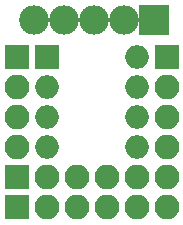
<source format=gbr>
G04 #@! TF.GenerationSoftware,KiCad,Pcbnew,(5.0.0)*
G04 #@! TF.CreationDate,2018-10-21T00:31:12-03:00*
G04 #@! TF.ProjectId,picdev8pin,7069636465763870696E2E6B69636164,rev?*
G04 #@! TF.SameCoordinates,Original*
G04 #@! TF.FileFunction,Soldermask,Bot*
G04 #@! TF.FilePolarity,Negative*
%FSLAX46Y46*%
G04 Gerber Fmt 4.6, Leading zero omitted, Abs format (unit mm)*
G04 Created by KiCad (PCBNEW (5.0.0)) date 10/21/18 00:31:12*
%MOMM*%
%LPD*%
G01*
G04 APERTURE LIST*
%ADD10O,2.500000X2.500000*%
%ADD11R,2.500000X2.500000*%
%ADD12O,2.000000X2.000000*%
%ADD13R,2.000000X2.000000*%
%ADD14R,2.100000X2.100000*%
%ADD15O,2.100000X2.100000*%
G04 APERTURE END LIST*
D10*
G04 #@! TO.C,J1*
X96059001Y-36830000D03*
X98599001Y-36830000D03*
X101139001Y-36830000D03*
X103679001Y-36830000D03*
D11*
X106219001Y-36830000D03*
G04 #@! TD*
D12*
G04 #@! TO.C,U2*
X104775000Y-40005000D03*
X97155000Y-47625000D03*
X104775000Y-42545000D03*
X97155000Y-45085000D03*
X104775000Y-45085000D03*
X97155000Y-42545000D03*
X104775000Y-47625000D03*
D13*
X97155000Y-40005000D03*
G04 #@! TD*
D14*
G04 #@! TO.C,J2*
X107315000Y-40005000D03*
D15*
X107315000Y-42545000D03*
X107315000Y-45085000D03*
X107315000Y-47625000D03*
G04 #@! TD*
G04 #@! TO.C,J3*
X94615000Y-47625000D03*
X94615000Y-45085000D03*
X94615000Y-42545000D03*
D14*
X94615000Y-40005000D03*
G04 #@! TD*
D15*
G04 #@! TO.C,J4*
X107315000Y-50165000D03*
X104775000Y-50165000D03*
X102235000Y-50165000D03*
X99695000Y-50165000D03*
X97155000Y-50165000D03*
D14*
X94615000Y-50165000D03*
G04 #@! TD*
D15*
G04 #@! TO.C,J5*
X107315000Y-52705000D03*
X104775000Y-52705000D03*
X102235000Y-52705000D03*
X99695000Y-52705000D03*
X97155000Y-52705000D03*
D14*
X94615000Y-52705000D03*
G04 #@! TD*
M02*

</source>
